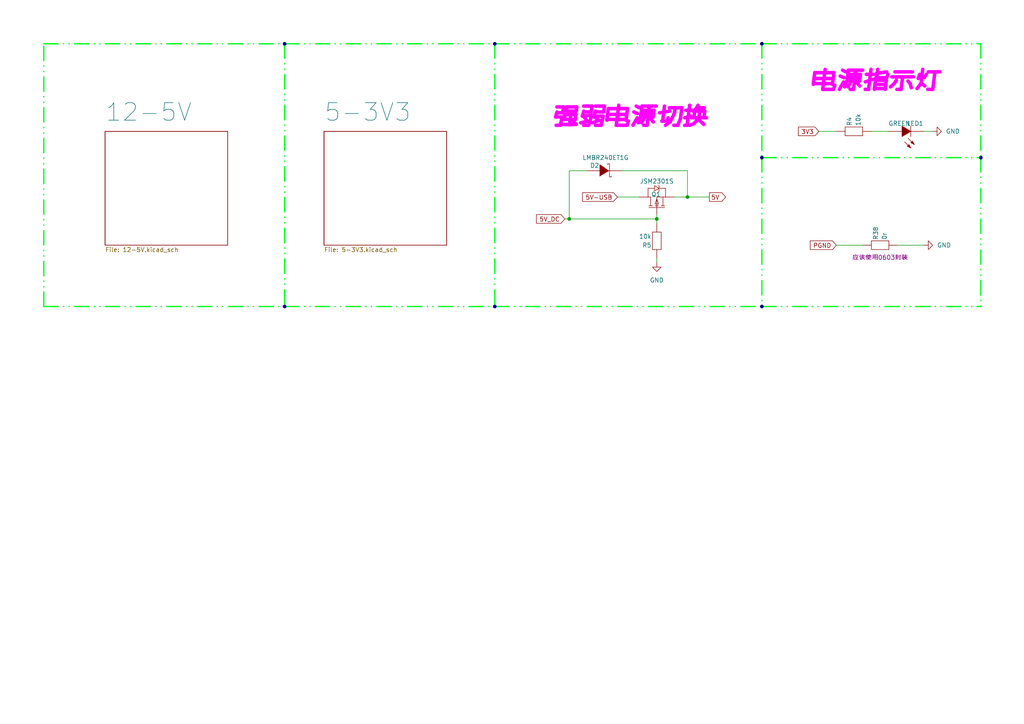
<source format=kicad_sch>
(kicad_sch
	(version 20250114)
	(generator "eeschema")
	(generator_version "9.0")
	(uuid "fa817cbf-bb6f-4752-b5ef-f0b2f9d24690")
	(paper "A4")
	(title_block
		(title "POWER")
		(date "2025-01-24")
		(rev "Dennis_Re_Yoonjiho")
	)
	(lib_symbols
		(symbol "Ts_Foc_Vo符号库:JSM2301S"
			(pin_numbers
				(hide yes)
			)
			(pin_names
				(offset 1.016)
				(hide yes)
			)
			(exclude_from_sim no)
			(in_bom yes)
			(on_board yes)
			(property "Reference" "Q"
				(at -3.81 3.556 0)
				(effects
					(font
						(size 1.27 1.27)
					)
				)
			)
			(property "Value" "JSM2301S"
				(at 4.318 0 90)
				(effects
					(font
						(size 1.27 1.27)
					)
				)
			)
			(property "Footprint" "kicad_lceda:SOT-23-3_L2.9-W1.3-P1.90-LS2.4-BR"
				(at 0.254 -7.366 0)
				(effects
					(font
						(size 1.27 1.27)
					)
					(hide yes)
				)
			)
			(property "Datasheet" "http://www.szlcsc.com/product/details_990895.html"
				(at 0.254 -7.112 0)
				(effects
					(font
						(size 1.27 1.27)
					)
					(hide yes)
				)
			)
			(property "Description" ""
				(at 0 0 0)
				(effects
					(font
						(size 1.27 1.27)
					)
					(hide yes)
				)
			)
			(property "SuppliersPartNumber" "C916399"
				(at 0 -7.239 0)
				(effects
					(font
						(size 1.27 1.27)
					)
					(hide yes)
				)
			)
			(property "uuid" "std:a678b1bb3d0f458c8f777d91c1b2ee48"
				(at 0 -7.239 0)
				(effects
					(font
						(size 1.27 1.27)
					)
					(hide yes)
				)
			)
			(symbol "JSM2301S_1_1"
				(polyline
					(pts
						(xy -3.048 2.286) (xy -3.048 -2.286)
					)
					(stroke
						(width 0.1524)
						(type solid)
					)
					(fill
						(type none)
					)
				)
				(polyline
					(pts
						(xy -2.54 2.286) (xy -2.54 1.27)
					)
					(stroke
						(width 0.1524)
						(type solid)
					)
					(fill
						(type none)
					)
				)
				(polyline
					(pts
						(xy -2.54 1.778) (xy 0 1.778) (xy 0 2.54) (xy 2.54 2.54) (xy 2.54 0.762)
					)
					(stroke
						(width 0.1524)
						(type solid)
					)
					(fill
						(type none)
					)
				)
				(polyline
					(pts
						(xy -2.54 0) (xy 0 0) (xy 0 -2.54) (xy 2.54 -2.54) (xy 2.54 -0.762)
					)
					(stroke
						(width 0.1524)
						(type solid)
					)
					(fill
						(type none)
					)
				)
				(polyline
					(pts
						(xy -2.54 -0.508) (xy -2.54 0.508)
					)
					(stroke
						(width 0.1524)
						(type solid)
					)
					(fill
						(type none)
					)
				)
				(polyline
					(pts
						(xy -2.54 -2.286) (xy -2.54 -1.27)
					)
					(stroke
						(width 0.1524)
						(type solid)
					)
					(fill
						(type none)
					)
				)
				(polyline
					(pts
						(xy -0.508 0) (xy -2.032 0.508) (xy -2.032 -0.508) (xy -0.508 0)
					)
					(stroke
						(width 0.1524)
						(type solid)
					)
					(fill
						(type none)
					)
				)
				(polyline
					(pts
						(xy 0 -1.778) (xy -2.54 -1.778)
					)
					(stroke
						(width 0.1524)
						(type solid)
					)
					(fill
						(type none)
					)
				)
				(polyline
					(pts
						(xy 1.524 -0.635) (xy 2.032 -0.635) (xy 3.048 -0.635) (xy 3.556 -0.635)
					)
					(stroke
						(width 0.1524)
						(type solid)
					)
					(fill
						(type none)
					)
				)
				(polyline
					(pts
						(xy 2.54 -0.635) (xy 3.302 0.635) (xy 1.778 0.635) (xy 2.54 -0.635)
					)
					(stroke
						(width 0.1524)
						(type solid)
					)
					(fill
						(type background)
					)
				)
				(pin input line
					(at -5.08 0 0)
					(length 2.54)
					(name "G"
						(effects
							(font
								(size 1.27 1.27)
							)
						)
					)
					(number "1"
						(effects
							(font
								(size 1.27 1.27)
							)
						)
					)
				)
				(pin input line
					(at 0 5.08 270)
					(length 2.54)
					(name "D"
						(effects
							(font
								(size 1.27 1.27)
							)
						)
					)
					(number "3"
						(effects
							(font
								(size 1.27 1.27)
							)
						)
					)
				)
				(pin input line
					(at 0 -5.08 90)
					(length 2.54)
					(name "S"
						(effects
							(font
								(size 1.27 1.27)
							)
						)
					)
					(number "2"
						(effects
							(font
								(size 1.27 1.27)
							)
						)
					)
				)
			)
			(embedded_fonts no)
		)
		(symbol "Ts_Foc_Vo符号库:LED"
			(pin_numbers
				(hide yes)
			)
			(pin_names
				(offset 1.016)
				(hide yes)
			)
			(exclude_from_sim no)
			(in_bom yes)
			(on_board yes)
			(property "Reference" ""
				(at 3.556 0.508 0)
				(effects
					(font
						(size 1.27 1.27)
					)
				)
			)
			(property "Value" "LED"
				(at 3.302 0.254 0)
				(effects
					(font
						(size 1.27 1.27)
					)
				)
			)
			(property "Footprint" "kicad_lceda:LED0603-RD"
				(at -0.254 -4.826 0)
				(effects
					(font
						(size 1.27 1.27)
					)
					(hide yes)
				)
			)
			(property "Datasheet" "http://www.szlcsc.com/product/details_90991.html"
				(at 0 -4.826 0)
				(effects
					(font
						(size 1.27 1.27)
					)
					(hide yes)
				)
			)
			(property "Description" ""
				(at 0 0 0)
				(effects
					(font
						(size 1.27 1.27)
					)
					(hide yes)
				)
			)
			(property "SuppliersPartNumber" "C89809"
				(at -0.254 -4.572 0)
				(effects
					(font
						(size 1.27 1.27)
					)
					(hide yes)
				)
			)
			(property "uuid" "std:41b2f7bc7ea198335b3b1186c040b70b"
				(at -0.254 -4.572 0)
				(effects
					(font
						(size 1.27 1.27)
					)
					(hide yes)
				)
			)
			(symbol "LED_1_1"
				(polyline
					(pts
						(xy -2.286 1.778) (xy -1.27 1.27) (xy -1.778 0.762) (xy -2.286 1.778)
					)
					(stroke
						(width 0.1524)
						(type solid)
					)
					(fill
						(type outline)
					)
				)
				(polyline
					(pts
						(xy -1.27 2.794) (xy -0.254 2.286) (xy -0.762 1.778) (xy -1.27 2.794)
					)
					(stroke
						(width 0.1524)
						(type solid)
					)
					(fill
						(type outline)
					)
				)
				(polyline
					(pts
						(xy -1.27 -0.508) (xy -1.27 -3.556)
					)
					(stroke
						(width 0.1524)
						(type solid)
					)
					(fill
						(type none)
					)
				)
				(polyline
					(pts
						(xy -0.508 0) (xy -2.286 1.778)
					)
					(stroke
						(width 0.1524)
						(type solid)
					)
					(fill
						(type none)
					)
				)
				(polyline
					(pts
						(xy 0.508 1.016) (xy -1.27 2.794)
					)
					(stroke
						(width 0.1524)
						(type solid)
					)
					(fill
						(type none)
					)
				)
				(polyline
					(pts
						(xy 1.27 -3.556) (xy -1.27 -2.032) (xy 1.27 -0.508) (xy 1.27 -3.556)
					)
					(stroke
						(width 0.1524)
						(type solid)
					)
					(fill
						(type outline)
					)
				)
				(pin input line
					(at -5.08 -2.032 0)
					(length 3.81)
					(name "K"
						(effects
							(font
								(size 1.27 1.27)
							)
						)
					)
					(number "1"
						(effects
							(font
								(size 1.27 1.27)
							)
						)
					)
				)
				(pin input line
					(at 5.08 -2.032 180)
					(length 3.81)
					(name "A"
						(effects
							(font
								(size 1.27 1.27)
							)
						)
					)
					(number "2"
						(effects
							(font
								(size 1.27 1.27)
							)
						)
					)
				)
			)
			(embedded_fonts no)
		)
		(symbol "Ts_Foc_Vo符号库:LMBR240ET1G"
			(pin_numbers
				(hide yes)
			)
			(pin_names
				(offset 1.016)
				(hide yes)
			)
			(exclude_from_sim no)
			(in_bom yes)
			(on_board yes)
			(property "Reference" "D"
				(at -4.572 2.286 0)
				(effects
					(font
						(size 1.27 1.27)
					)
				)
			)
			(property "Value" "LMBR240ET1G"
				(at 3.81 3.048 0)
				(effects
					(font
						(size 1.27 1.27)
					)
				)
			)
			(property "Footprint" "kicad_lceda:SOD323HE_L1.8-W1.3-LS2.5-RD-1"
				(at 0 -0.762 0)
				(effects
					(font
						(size 1.27 1.27)
					)
					(hide yes)
				)
			)
			(property "Datasheet" "http://www.szlcsc.com/product/details_356536.html"
				(at 0 -5.842 0)
				(effects
					(font
						(size 1.27 1.27)
					)
					(hide yes)
				)
			)
			(property "Description" ""
				(at 0 0 0)
				(effects
					(font
						(size 1.27 1.27)
					)
					(hide yes)
				)
			)
			(property "SuppliersPartNumber" "C383229"
				(at 0 -10.922 0)
				(effects
					(font
						(size 1.27 1.27)
					)
					(hide yes)
				)
			)
			(property "uuid" "std:701ccbc0911040dda69c3300132822a5"
				(at 0 -10.922 0)
				(effects
					(font
						(size 1.27 1.27)
					)
					(hide yes)
				)
			)
			(symbol "LMBR240ET1G_1_1"
				(polyline
					(pts
						(xy -2.032 1.524) (xy -2.032 1.778) (xy -1.524 1.778) (xy -1.524 -2.032) (xy -1.016 -2.032) (xy -1.016 -1.778)
					)
					(stroke
						(width 0.1524)
						(type solid)
					)
					(fill
						(type none)
					)
				)
				(polyline
					(pts
						(xy 1.27 1.524) (xy -1.27 0) (xy 1.27 -1.778) (xy 1.27 1.524)
					)
					(stroke
						(width 0.1524)
						(type solid)
					)
					(fill
						(type outline)
					)
				)
				(pin input line
					(at -5.08 0 0)
					(length 3.81)
					(name "C"
						(effects
							(font
								(size 1.27 1.27)
							)
						)
					)
					(number "1"
						(effects
							(font
								(size 1.27 1.27)
							)
						)
					)
				)
				(pin input line
					(at 5.08 0 180)
					(length 3.81)
					(name "A"
						(effects
							(font
								(size 1.27 1.27)
							)
						)
					)
					(number "2"
						(effects
							(font
								(size 1.27 1.27)
							)
						)
					)
				)
			)
			(embedded_fonts no)
		)
		(symbol "Ts_Foc_Vo符号库:RES"
			(pin_numbers
				(hide yes)
			)
			(pin_names
				(offset 1.016)
				(hide yes)
			)
			(exclude_from_sim no)
			(in_bom yes)
			(on_board yes)
			(property "Reference" "R"
				(at -2.286 2.032 0)
				(effects
					(font
						(size 1.27 1.27)
					)
				)
			)
			(property "Value" "Value"
				(at 2.286 2.032 0)
				(effects
					(font
						(size 1.27 1.27)
					)
				)
			)
			(property "Footprint" "kicad_lceda:R0402"
				(at 0.254 -2.54 0)
				(effects
					(font
						(size 1.27 1.27)
					)
					(hide yes)
				)
			)
			(property "Datasheet" ""
				(at 0 -6.35 0)
				(effects
					(font
						(size 1.27 1.27)
					)
					(hide yes)
				)
			)
			(property "Description" ""
				(at 0 0 0)
				(effects
					(font
						(size 1.27 1.27)
					)
					(hide yes)
				)
			)
			(property "SuppliersPartNumber" "C5200633"
				(at 0 -11.43 0)
				(effects
					(font
						(size 1.27 1.27)
					)
					(hide yes)
				)
			)
			(property "uuid" "std:0c78b8f437b74d4badbc2695159e48f2"
				(at 0 -11.43 0)
				(effects
					(font
						(size 1.27 1.27)
					)
					(hide yes)
				)
			)
			(symbol "RES_1_1"
				(rectangle
					(start -2.54 1.27)
					(end 2.54 -1.27)
					(stroke
						(width 0.1524)
						(type solid)
					)
					(fill
						(type none)
					)
				)
				(pin input line
					(at -5.08 0 0)
					(length 2.54)
					(name "1"
						(effects
							(font
								(size 1.27 1.27)
							)
						)
					)
					(number "1"
						(effects
							(font
								(size 1.27 1.27)
							)
						)
					)
				)
				(pin input line
					(at 5.08 0 180)
					(length 2.54)
					(name "2"
						(effects
							(font
								(size 1.27 1.27)
							)
						)
					)
					(number "2"
						(effects
							(font
								(size 1.27 1.27)
							)
						)
					)
				)
			)
			(embedded_fonts no)
		)
		(symbol "power:GND"
			(power)
			(pin_numbers
				(hide yes)
			)
			(pin_names
				(offset 0)
				(hide yes)
			)
			(exclude_from_sim no)
			(in_bom yes)
			(on_board yes)
			(property "Reference" "#PWR"
				(at 0 -6.35 0)
				(effects
					(font
						(size 1.27 1.27)
					)
					(hide yes)
				)
			)
			(property "Value" "GND"
				(at 0 -3.81 0)
				(effects
					(font
						(size 1.27 1.27)
					)
				)
			)
			(property "Footprint" ""
				(at 0 0 0)
				(effects
					(font
						(size 1.27 1.27)
					)
					(hide yes)
				)
			)
			(property "Datasheet" ""
				(at 0 0 0)
				(effects
					(font
						(size 1.27 1.27)
					)
					(hide yes)
				)
			)
			(property "Description" "Power symbol creates a global label with name \"GND\" , ground"
				(at 0 0 0)
				(effects
					(font
						(size 1.27 1.27)
					)
					(hide yes)
				)
			)
			(property "ki_keywords" "global power"
				(at 0 0 0)
				(effects
					(font
						(size 1.27 1.27)
					)
					(hide yes)
				)
			)
			(symbol "GND_0_1"
				(polyline
					(pts
						(xy 0 0) (xy 0 -1.27) (xy 1.27 -1.27) (xy 0 -2.54) (xy -1.27 -1.27) (xy 0 -1.27)
					)
					(stroke
						(width 0)
						(type default)
					)
					(fill
						(type none)
					)
				)
			)
			(symbol "GND_1_1"
				(pin power_in line
					(at 0 0 270)
					(length 0)
					(name "~"
						(effects
							(font
								(size 1.27 1.27)
							)
						)
					)
					(number "1"
						(effects
							(font
								(size 1.27 1.27)
							)
						)
					)
				)
			)
			(embedded_fonts no)
		)
	)
	(text "电源指示灯"
		(exclude_from_sim yes)
		(at 254 23.876 0)
		(effects
			(font
				(size 5.08 5.08)
				(thickness 1.016)
				(bold yes)
				(italic yes)
				(color 255 2 253 1)
			)
		)
		(uuid "96392625-466c-4cb9-8a3d-7905025dfd71")
	)
	(text "强弱电源切换\n"
		(exclude_from_sim yes)
		(at 182.88 34.29 0)
		(effects
			(font
				(size 5.08 5.08)
				(thickness 1.016)
				(bold yes)
				(italic yes)
				(color 255 2 253 1)
			)
		)
		(uuid "b5840fa3-54de-45ca-ac8d-4647a6373e88")
	)
	(junction
		(at 220.98 88.9)
		(diameter 0)
		(color 0 0 0 0)
		(uuid "28ff5c73-1943-4793-9a7e-8b3fae4ea876")
	)
	(junction
		(at 143.51 12.7)
		(diameter 0)
		(color 0 0 0 0)
		(uuid "3fee3f8d-445a-49e6-9d87-8f0afaacf249")
	)
	(junction
		(at 143.51 88.9)
		(diameter 0)
		(color 0 0 0 0)
		(uuid "52bc1e29-626d-4bca-9532-22bc6e410346")
	)
	(junction
		(at 220.98 12.7)
		(diameter 0)
		(color 0 0 0 0)
		(uuid "822be255-7ba0-4311-befe-6be7bb1904ee")
	)
	(junction
		(at 190.5 63.5)
		(diameter 0)
		(color 0 0 0 0)
		(uuid "8f171ef7-2143-490e-85d8-c8ada5a04ffa")
	)
	(junction
		(at 199.39 57.15)
		(diameter 0)
		(color 0 0 0 0)
		(uuid "925a9a33-0949-4edf-9067-ca0fe28a6b59")
	)
	(junction
		(at 284.48 45.72)
		(diameter 0)
		(color 0 0 0 0)
		(uuid "998fbf08-c745-4ad7-bd2b-1881a7de8ee4")
	)
	(junction
		(at 82.55 88.9)
		(diameter 0)
		(color 0 0 0 0)
		(uuid "a1e9e6b4-51bd-4085-9d40-f03274bb0711")
	)
	(junction
		(at 220.98 45.72)
		(diameter 0)
		(color 0 0 0 0)
		(uuid "c8351e2d-6239-4bad-82aa-2101de27aad4")
	)
	(junction
		(at 165.1 63.5)
		(diameter 0)
		(color 0 0 0 0)
		(uuid "db0abd42-d69d-47ec-9b79-03fe6a54f752")
	)
	(junction
		(at 82.55 12.7)
		(diameter 0)
		(color 0 0 0 0)
		(uuid "f7060781-f05a-46cc-a39e-93d399239857")
	)
	(bus
		(pts
			(xy 220.98 45.72) (xy 220.98 88.9)
		)
		(stroke
			(width 0.381)
			(type dash_dot_dot)
			(color 0 255 30 1)
		)
		(uuid "00cd4c73-98fd-4360-b219-2fe98addc10e")
	)
	(wire
		(pts
			(xy 179.07 57.15) (xy 185.42 57.15)
		)
		(stroke
			(width 0)
			(type default)
		)
		(uuid "05901668-32f1-4cc2-8935-7f79ab9026c2")
	)
	(bus
		(pts
			(xy 12.7 88.9) (xy 12.7 12.7)
		)
		(stroke
			(width 0.381)
			(type dash_dot_dot)
			(color 0 255 30 1)
		)
		(uuid "094fd88d-3895-4ae8-bf43-187dd64bd8e4")
	)
	(wire
		(pts
			(xy 170.18 49.53) (xy 165.1 49.53)
		)
		(stroke
			(width 0)
			(type default)
		)
		(uuid "0a3fd276-42f6-4703-b241-90e192808b91")
	)
	(bus
		(pts
			(xy 12.7 88.9) (xy 82.55 88.9)
		)
		(stroke
			(width 0.381)
			(type dash_dot_dot)
			(color 0 255 30 1)
		)
		(uuid "0b804612-be01-49d4-aa8e-4787789578af")
	)
	(wire
		(pts
			(xy 163.83 63.5) (xy 165.1 63.5)
		)
		(stroke
			(width 0)
			(type default)
		)
		(uuid "0d6b63f2-fcb4-4fff-9299-826e136a3f0b")
	)
	(bus
		(pts
			(xy 143.51 12.7) (xy 143.51 88.9)
		)
		(stroke
			(width 0.381)
			(type dash_dot_dot)
			(color 0 255 30 1)
		)
		(uuid "0f44b34c-6e2e-4bd7-8c5f-69b09f3637f6")
	)
	(wire
		(pts
			(xy 199.39 57.15) (xy 205.74 57.15)
		)
		(stroke
			(width 0)
			(type default)
		)
		(uuid "13a43760-125c-4356-978e-bd36cd68b579")
	)
	(wire
		(pts
			(xy 267.97 71.12) (xy 260.35 71.12)
		)
		(stroke
			(width 0)
			(type default)
		)
		(uuid "1627fc19-8d3a-4ad4-873a-cf6ac1b4c526")
	)
	(wire
		(pts
			(xy 195.58 57.15) (xy 199.39 57.15)
		)
		(stroke
			(width 0)
			(type default)
		)
		(uuid "17fa887e-6ff6-4bcc-86ea-40337d78964e")
	)
	(bus
		(pts
			(xy 284.48 12.7) (xy 284.48 45.72)
		)
		(stroke
			(width 0.381)
			(type dash_dot_dot)
			(color 0 255 30 1)
		)
		(uuid "1f6536bf-d69d-47e2-bc41-8d51a2f161d8")
	)
	(wire
		(pts
			(xy 165.1 49.53) (xy 165.1 63.5)
		)
		(stroke
			(width 0)
			(type default)
		)
		(uuid "32836a8f-0c54-45d4-bb0b-3c403b93d829")
	)
	(wire
		(pts
			(xy 242.57 71.12) (xy 250.19 71.12)
		)
		(stroke
			(width 0)
			(type default)
		)
		(uuid "353c686d-6a54-4222-b6ed-c8d506794498")
	)
	(bus
		(pts
			(xy 143.51 88.9) (xy 220.98 88.9)
		)
		(stroke
			(width 0.381)
			(type dash_dot_dot)
			(color 0 255 30 1)
		)
		(uuid "42c2a1fd-ae5e-4fcf-9e41-d2921315a8e9")
	)
	(wire
		(pts
			(xy 190.5 62.23) (xy 190.5 63.5)
		)
		(stroke
			(width 0)
			(type default)
		)
		(uuid "451a31db-1609-4f36-98a6-90ebb726428f")
	)
	(wire
		(pts
			(xy 242.57 38.1) (xy 237.49 38.1)
		)
		(stroke
			(width 0)
			(type default)
		)
		(uuid "4a4d6e65-8807-42e8-81a9-f06dbe0306ab")
	)
	(bus
		(pts
			(xy 82.55 88.9) (xy 143.51 88.9)
		)
		(stroke
			(width 0.381)
			(type dash_dot_dot)
			(color 0 255 30 1)
		)
		(uuid "65375692-5f41-4d1a-9688-e36b53d102c2")
	)
	(wire
		(pts
			(xy 252.73 38.1) (xy 257.81 38.1)
		)
		(stroke
			(width 0)
			(type default)
		)
		(uuid "6a21a90c-c7fb-4dad-a69c-310437099a0d")
	)
	(bus
		(pts
			(xy 220.98 12.7) (xy 284.48 12.7)
		)
		(stroke
			(width 0.381)
			(type dash_dot_dot)
			(color 0 255 30 1)
		)
		(uuid "787f70bc-11a7-4b6e-a3f0-76d9fc32d6cf")
	)
	(bus
		(pts
			(xy 220.98 45.72) (xy 284.48 45.72)
		)
		(stroke
			(width 0.381)
			(type dash_dot_dot)
			(color 0 255 30 1)
		)
		(uuid "7a9996b7-5ffa-43a0-8080-5f27d330a0a6")
	)
	(wire
		(pts
			(xy 165.1 63.5) (xy 190.5 63.5)
		)
		(stroke
			(width 0)
			(type default)
		)
		(uuid "907c1488-dc58-45fd-ad2d-5dc60e22d8e3")
	)
	(wire
		(pts
			(xy 190.5 76.2) (xy 190.5 74.93)
		)
		(stroke
			(width 0)
			(type default)
		)
		(uuid "92bf0758-5376-4b33-8ff1-17e3b16e6f43")
	)
	(wire
		(pts
			(xy 270.51 38.1) (xy 267.97 38.1)
		)
		(stroke
			(width 0)
			(type default)
		)
		(uuid "972e96f1-128f-4ab9-98a0-08686d323502")
	)
	(bus
		(pts
			(xy 82.55 12.7) (xy 82.55 88.9)
		)
		(stroke
			(width 0.381)
			(type dash_dot_dot)
			(color 0 255 30 1)
		)
		(uuid "a690fd15-2a84-4546-997e-1625593540c9")
	)
	(bus
		(pts
			(xy 82.55 12.7) (xy 143.51 12.7)
		)
		(stroke
			(width 0.381)
			(type dash_dot_dot)
			(color 0 255 30 1)
		)
		(uuid "ad25d3f6-0216-4cc1-941a-7d2235dc82c9")
	)
	(bus
		(pts
			(xy 284.48 45.72) (xy 284.48 88.9)
		)
		(stroke
			(width 0.381)
			(type dash_dot_dot)
			(color 0 255 30 1)
		)
		(uuid "aeca7d80-ff4b-45a1-a474-1900bb7e8d77")
	)
	(bus
		(pts
			(xy 220.98 12.7) (xy 220.98 45.72)
		)
		(stroke
			(width 0.381)
			(type dash_dot_dot)
			(color 0 255 30 1)
		)
		(uuid "b9e4c02f-2248-4f04-9dc1-2ac6093aacea")
	)
	(wire
		(pts
			(xy 190.5 63.5) (xy 190.5 64.77)
		)
		(stroke
			(width 0)
			(type default)
		)
		(uuid "ba94292f-47b1-41f5-8621-60351630607a")
	)
	(bus
		(pts
			(xy 143.51 12.7) (xy 220.98 12.7)
		)
		(stroke
			(width 0.381)
			(type dash_dot_dot)
			(color 0 255 30 1)
		)
		(uuid "c2ab7db5-f1f3-4cde-aea6-5c1f20b2a735")
	)
	(bus
		(pts
			(xy 220.98 88.9) (xy 284.48 88.9)
		)
		(stroke
			(width 0.381)
			(type dash_dot_dot)
			(color 0 255 30 1)
		)
		(uuid "c5280fd0-1348-4cfa-9fd8-d7fd5b61f30b")
	)
	(bus
		(pts
			(xy 12.7 12.7) (xy 82.55 12.7)
		)
		(stroke
			(width 0.381)
			(type dash_dot_dot)
			(color 0 255 30 1)
		)
		(uuid "c729ce8a-2844-45bc-b297-77ae175ee272")
	)
	(wire
		(pts
			(xy 180.34 49.53) (xy 199.39 49.53)
		)
		(stroke
			(width 0)
			(type default)
		)
		(uuid "dfe6ac24-bd07-4d48-acad-5597ac072e58")
	)
	(wire
		(pts
			(xy 199.39 49.53) (xy 199.39 57.15)
		)
		(stroke
			(width 0)
			(type default)
		)
		(uuid "ff8ae039-4d16-46f0-9d88-b12f162a84d4")
	)
	(global_label "5V_DC"
		(shape input)
		(at 163.83 63.5 180)
		(fields_autoplaced yes)
		(effects
			(font
				(size 1.27 1.27)
			)
			(justify right)
		)
		(uuid "a9b4871d-23e5-4969-9799-5142149a9c0e")
		(property "Intersheetrefs" "${INTERSHEET_REFS}"
			(at 155.0391 63.5 0)
			(effects
				(font
					(size 1.27 1.27)
				)
				(justify right)
				(hide yes)
			)
		)
	)
	(global_label "5V"
		(shape output)
		(at 205.74 57.15 0)
		(fields_autoplaced yes)
		(effects
			(font
				(size 1.27 1.27)
			)
			(justify left)
		)
		(uuid "cecb7579-dc31-438d-9385-4384dc37c722")
		(property "Intersheetrefs" "${INTERSHEET_REFS}"
			(at 211.0233 57.15 0)
			(effects
				(font
					(size 1.27 1.27)
				)
				(justify left)
				(hide yes)
			)
		)
	)
	(global_label "5V-USB"
		(shape input)
		(at 179.07 57.15 180)
		(fields_autoplaced yes)
		(effects
			(font
				(size 1.27 1.27)
			)
			(justify right)
		)
		(uuid "e8a3e750-cac7-4ec0-b438-eb10913b279e")
		(property "Intersheetrefs" "${INTERSHEET_REFS}"
			(at 168.4043 57.15 0)
			(effects
				(font
					(size 1.27 1.27)
				)
				(justify right)
				(hide yes)
			)
		)
	)
	(global_label "3V3"
		(shape input)
		(at 237.49 38.1 180)
		(fields_autoplaced yes)
		(effects
			(font
				(size 1.27 1.27)
			)
			(justify right)
		)
		(uuid "f938f35b-1b27-44b0-9621-1d1ff5b9e6c9")
		(property "Intersheetrefs" "${INTERSHEET_REFS}"
			(at 230.9972 38.1 0)
			(effects
				(font
					(size 1.27 1.27)
				)
				(justify right)
				(hide yes)
			)
		)
	)
	(global_label "PGND"
		(shape input)
		(at 242.57 71.12 180)
		(fields_autoplaced yes)
		(effects
			(font
				(size 1.27 1.27)
			)
			(justify right)
		)
		(uuid "fd3b80e4-dfbd-4404-a348-d938883a0398")
		(property "Intersheetrefs" "${INTERSHEET_REFS}"
			(at 234.4443 71.12 0)
			(effects
				(font
					(size 1.27 1.27)
				)
				(justify right)
				(hide yes)
			)
		)
	)
	(symbol
		(lib_id "power:GND")
		(at 270.51 38.1 90)
		(unit 1)
		(exclude_from_sim no)
		(in_bom yes)
		(on_board yes)
		(dnp no)
		(fields_autoplaced yes)
		(uuid "0d8ef0d6-4aee-4adb-ad50-5b7059341139")
		(property "Reference" "#PWR07"
			(at 276.86 38.1 0)
			(effects
				(font
					(size 1.27 1.27)
				)
				(hide yes)
			)
		)
		(property "Value" "GND"
			(at 274.32 38.0999 90)
			(effects
				(font
					(size 1.27 1.27)
				)
				(justify right)
			)
		)
		(property "Footprint" ""
			(at 270.51 38.1 0)
			(effects
				(font
					(size 1.27 1.27)
				)
				(hide yes)
			)
		)
		(property "Datasheet" ""
			(at 270.51 38.1 0)
			(effects
				(font
					(size 1.27 1.27)
				)
				(hide yes)
			)
		)
		(property "Description" "Power symbol creates a global label with name \"GND\" , ground"
			(at 270.51 38.1 0)
			(effects
				(font
					(size 1.27 1.27)
				)
				(hide yes)
			)
		)
		(pin "1"
			(uuid "758ef75a-e531-4415-9647-0206f211a67a")
		)
		(instances
			(project ""
				(path "/0cbcabec-8024-48c7-ab91-86e279a5637e/97ee4039-d600-4608-b2ff-7d42036ea92c"
					(reference "#PWR07")
					(unit 1)
				)
			)
		)
	)
	(symbol
		(lib_id "power:GND")
		(at 190.5 76.2 0)
		(unit 1)
		(exclude_from_sim no)
		(in_bom yes)
		(on_board yes)
		(dnp no)
		(fields_autoplaced yes)
		(uuid "12895586-321a-49e2-8739-708cb7a0b5e5")
		(property "Reference" "#PWR08"
			(at 190.5 82.55 0)
			(effects
				(font
					(size 1.27 1.27)
				)
				(hide yes)
			)
		)
		(property "Value" "GND"
			(at 190.5 81.28 0)
			(effects
				(font
					(size 1.27 1.27)
				)
			)
		)
		(property "Footprint" ""
			(at 190.5 76.2 0)
			(effects
				(font
					(size 1.27 1.27)
				)
				(hide yes)
			)
		)
		(property "Datasheet" ""
			(at 190.5 76.2 0)
			(effects
				(font
					(size 1.27 1.27)
				)
				(hide yes)
			)
		)
		(property "Description" "Power symbol creates a global label with name \"GND\" , ground"
			(at 190.5 76.2 0)
			(effects
				(font
					(size 1.27 1.27)
				)
				(hide yes)
			)
		)
		(pin "1"
			(uuid "d60ac1b3-e27c-43ad-9418-186b13d5cc8a")
		)
		(instances
			(project "Ts_Foc_Vo1_0"
				(path "/0cbcabec-8024-48c7-ab91-86e279a5637e/97ee4039-d600-4608-b2ff-7d42036ea92c"
					(reference "#PWR08")
					(unit 1)
				)
			)
		)
	)
	(symbol
		(lib_id "power:GND")
		(at 267.97 71.12 90)
		(unit 1)
		(exclude_from_sim no)
		(in_bom yes)
		(on_board yes)
		(dnp no)
		(fields_autoplaced yes)
		(uuid "51a70361-a7e2-4870-84ce-162467a4d509")
		(property "Reference" "#PWR083"
			(at 274.32 71.12 0)
			(effects
				(font
					(size 1.27 1.27)
				)
				(hide yes)
			)
		)
		(property "Value" "GND"
			(at 271.78 71.1199 90)
			(effects
				(font
					(size 1.27 1.27)
				)
				(justify right)
			)
		)
		(property "Footprint" ""
			(at 267.97 71.12 0)
			(effects
				(font
					(size 1.27 1.27)
				)
				(hide yes)
			)
		)
		(property "Datasheet" ""
			(at 267.97 71.12 0)
			(effects
				(font
					(size 1.27 1.27)
				)
				(hide yes)
			)
		)
		(property "Description" "Power symbol creates a global label with name \"GND\" , ground"
			(at 267.97 71.12 0)
			(effects
				(font
					(size 1.27 1.27)
				)
				(hide yes)
			)
		)
		(pin "1"
			(uuid "42860ad7-16dc-441a-8172-9b3e12e4abc7")
		)
		(instances
			(project "Ts_Foc_Vo1_0"
				(path "/0cbcabec-8024-48c7-ab91-86e279a5637e/97ee4039-d600-4608-b2ff-7d42036ea92c"
					(reference "#PWR083")
					(unit 1)
				)
			)
		)
	)
	(symbol
		(lib_id "Ts_Foc_Vo符号库:RES")
		(at 255.27 71.12 180)
		(unit 1)
		(exclude_from_sim no)
		(in_bom yes)
		(on_board yes)
		(dnp no)
		(uuid "544453b5-087c-41e0-8cc4-3c8bc11992f2")
		(property "Reference" "R38"
			(at 254 69.596 90)
			(effects
				(font
					(size 1.27 1.27)
				)
				(justify right)
			)
		)
		(property "Value" "0r"
			(at 256.54 69.596 90)
			(effects
				(font
					(size 1.27 1.27)
				)
				(justify right)
			)
		)
		(property "Footprint" "Ts_Foc_Vo封装库:Res_0402"
			(at 255.016 68.58 0)
			(effects
				(font
					(size 1.27 1.27)
				)
				(hide yes)
			)
		)
		(property "Datasheet" ""
			(at 255.27 64.77 0)
			(effects
				(font
					(size 1.27 1.27)
				)
				(hide yes)
			)
		)
		(property "Description" "应该使用0603封装"
			(at 255.27 74.676 0)
			(effects
				(font
					(size 1.27 1.27)
				)
			)
		)
		(property "SuppliersPartNumber" "C5200633"
			(at 255.27 59.69 0)
			(effects
				(font
					(size 1.27 1.27)
				)
				(hide yes)
			)
		)
		(property "uuid" "std:0c78b8f437b74d4badbc2695159e48f2"
			(at 255.27 59.69 0)
			(effects
				(font
					(size 1.27 1.27)
				)
				(hide yes)
			)
		)
		(pin "1"
			(uuid "fed063de-e2e4-4818-a66b-a86fb437f1bf")
		)
		(pin "2"
			(uuid "46b269a3-05bf-47cb-afb0-26a84c68957d")
		)
		(instances
			(project "Ts_Foc_Vo1_0"
				(path "/0cbcabec-8024-48c7-ab91-86e279a5637e/97ee4039-d600-4608-b2ff-7d42036ea92c"
					(reference "R38")
					(unit 1)
				)
			)
		)
	)
	(symbol
		(lib_id "Ts_Foc_Vo符号库:RES")
		(at 190.5 69.85 270)
		(unit 1)
		(exclude_from_sim no)
		(in_bom yes)
		(on_board yes)
		(dnp no)
		(uuid "7a1266f2-820e-46ea-bce7-6d59f077ba26")
		(property "Reference" "R5"
			(at 188.976 71.12 90)
			(effects
				(font
					(size 1.27 1.27)
				)
				(justify right)
			)
		)
		(property "Value" "10k"
			(at 188.976 68.58 90)
			(effects
				(font
					(size 1.27 1.27)
				)
				(justify right)
			)
		)
		(property "Footprint" "Ts_Foc_Vo封装库:Res_0402"
			(at 187.96 70.104 0)
			(effects
				(font
					(size 1.27 1.27)
				)
				(hide yes)
			)
		)
		(property "Datasheet" ""
			(at 184.15 69.85 0)
			(effects
				(font
					(size 1.27 1.27)
				)
				(hide yes)
			)
		)
		(property "Description" ""
			(at 190.5 69.85 0)
			(effects
				(font
					(size 1.27 1.27)
				)
				(hide yes)
			)
		)
		(property "SuppliersPartNumber" "C5200633"
			(at 179.07 69.85 0)
			(effects
				(font
					(size 1.27 1.27)
				)
				(hide yes)
			)
		)
		(property "uuid" "std:0c78b8f437b74d4badbc2695159e48f2"
			(at 179.07 69.85 0)
			(effects
				(font
					(size 1.27 1.27)
				)
				(hide yes)
			)
		)
		(pin "1"
			(uuid "0f698fe1-c877-4f99-aef8-c7851468842e")
		)
		(pin "2"
			(uuid "497bfbb3-dbd5-4087-8d9a-9ebbaa380436")
		)
		(instances
			(project "Ts_Foc_Vo1_0"
				(path "/0cbcabec-8024-48c7-ab91-86e279a5637e/97ee4039-d600-4608-b2ff-7d42036ea92c"
					(reference "R5")
					(unit 1)
				)
			)
		)
	)
	(symbol
		(lib_id "Ts_Foc_Vo符号库:JSM2301S")
		(at 190.5 57.15 90)
		(unit 1)
		(exclude_from_sim no)
		(in_bom yes)
		(on_board yes)
		(dnp no)
		(uuid "975e8000-ecb9-415c-98e8-ea916deaec6e")
		(property "Reference" "Q1"
			(at 190.246 56.388 90)
			(effects
				(font
					(size 1.27 1.27)
				)
			)
		)
		(property "Value" "JSM2301S"
			(at 190.5 52.578 90)
			(effects
				(font
					(size 1.27 1.27)
				)
			)
		)
		(property "Footprint" "Ts_Foc_Vo封装库:JSM2301S_SOT-23"
			(at 197.866 56.896 0)
			(effects
				(font
					(size 1.27 1.27)
				)
				(hide yes)
			)
		)
		(property "Datasheet" "http://www.szlcsc.com/product/details_990895.html"
			(at 197.612 56.896 0)
			(effects
				(font
					(size 1.27 1.27)
				)
				(hide yes)
			)
		)
		(property "Description" ""
			(at 190.5 57.15 0)
			(effects
				(font
					(size 1.27 1.27)
				)
				(hide yes)
			)
		)
		(property "SuppliersPartNumber" "C916399"
			(at 197.739 57.15 0)
			(effects
				(font
					(size 1.27 1.27)
				)
				(hide yes)
			)
		)
		(property "uuid" "std:a678b1bb3d0f458c8f777d91c1b2ee48"
			(at 197.739 57.15 0)
			(effects
				(font
					(size 1.27 1.27)
				)
				(hide yes)
			)
		)
		(pin "1"
			(uuid "244f2af1-2b13-4420-aefa-bf1d462f3c7f")
		)
		(pin "2"
			(uuid "4889977a-76bd-4ff7-97aa-7c12d54f84f1")
		)
		(pin "3"
			(uuid "88422363-291e-4b64-8b77-640b4d17397f")
		)
		(instances
			(project ""
				(path "/0cbcabec-8024-48c7-ab91-86e279a5637e/97ee4039-d600-4608-b2ff-7d42036ea92c"
					(reference "Q1")
					(unit 1)
				)
			)
		)
	)
	(symbol
		(lib_id "Ts_Foc_Vo符号库:RES")
		(at 247.65 38.1 180)
		(unit 1)
		(exclude_from_sim no)
		(in_bom yes)
		(on_board yes)
		(dnp no)
		(uuid "d6c981a9-913f-4cf8-acad-d6baa8cba0df")
		(property "Reference" "R4"
			(at 246.38 36.576 90)
			(effects
				(font
					(size 1.27 1.27)
				)
				(justify right)
			)
		)
		(property "Value" "10k"
			(at 248.92 36.576 90)
			(effects
				(font
					(size 1.27 1.27)
				)
				(justify right)
			)
		)
		(property "Footprint" "Ts_Foc_Vo封装库:Res_0402"
			(at 247.396 35.56 0)
			(effects
				(font
					(size 1.27 1.27)
				)
				(hide yes)
			)
		)
		(property "Datasheet" ""
			(at 247.65 31.75 0)
			(effects
				(font
					(size 1.27 1.27)
				)
				(hide yes)
			)
		)
		(property "Description" ""
			(at 247.65 38.1 0)
			(effects
				(font
					(size 1.27 1.27)
				)
				(hide yes)
			)
		)
		(property "SuppliersPartNumber" "C5200633"
			(at 247.65 26.67 0)
			(effects
				(font
					(size 1.27 1.27)
				)
				(hide yes)
			)
		)
		(property "uuid" "std:0c78b8f437b74d4badbc2695159e48f2"
			(at 247.65 26.67 0)
			(effects
				(font
					(size 1.27 1.27)
				)
				(hide yes)
			)
		)
		(pin "1"
			(uuid "9c985d20-a5e6-434c-b7d4-46dabf1218e2")
		)
		(pin "2"
			(uuid "008b5997-67ed-4b29-bd89-d504fed0c6c3")
		)
		(instances
			(project "Ts_Foc_Vo1_0"
				(path "/0cbcabec-8024-48c7-ab91-86e279a5637e/97ee4039-d600-4608-b2ff-7d42036ea92c"
					(reference "R4")
					(unit 1)
				)
			)
		)
	)
	(symbol
		(lib_id "Ts_Foc_Vo符号库:LED")
		(at 262.89 40.132 180)
		(unit 1)
		(exclude_from_sim no)
		(in_bom yes)
		(on_board yes)
		(dnp no)
		(uuid "daeeca24-4c9b-4c1b-8b28-0574bb33fcf2")
		(property "Reference" "LED1"
			(at 265.43 35.814 0)
			(effects
				(font
					(size 1.27 1.27)
				)
			)
		)
		(property "Value" "GREEN"
			(at 260.858 35.814 0)
			(effects
				(font
					(size 1.27 1.27)
				)
			)
		)
		(property "Footprint" "Ts_Foc_Vo封装库:LED_0603"
			(at 263.144 35.306 0)
			(effects
				(font
					(size 1.27 1.27)
				)
				(hide yes)
			)
		)
		(property "Datasheet" "http://www.szlcsc.com/product/details_90991.html"
			(at 262.89 35.306 0)
			(effects
				(font
					(size 1.27 1.27)
				)
				(hide yes)
			)
		)
		(property "Description" ""
			(at 262.89 40.132 0)
			(effects
				(font
					(size 1.27 1.27)
				)
				(hide yes)
			)
		)
		(property "SuppliersPartNumber" "C89809"
			(at 263.144 35.56 0)
			(effects
				(font
					(size 1.27 1.27)
				)
				(hide yes)
			)
		)
		(property "uuid" "std:41b2f7bc7ea198335b3b1186c040b70b"
			(at 263.144 35.56 0)
			(effects
				(font
					(size 1.27 1.27)
				)
				(hide yes)
			)
		)
		(pin "1"
			(uuid "afaa7185-cab6-4598-9ad7-163a70abd836")
		)
		(pin "2"
			(uuid "52943e36-3944-4b74-ad4d-d333bb2a200b")
		)
		(instances
			(project ""
				(path "/0cbcabec-8024-48c7-ab91-86e279a5637e/97ee4039-d600-4608-b2ff-7d42036ea92c"
					(reference "LED1")
					(unit 1)
				)
			)
		)
	)
	(symbol
		(lib_id "Ts_Foc_Vo符号库:LMBR240ET1G")
		(at 175.26 49.53 180)
		(unit 1)
		(exclude_from_sim no)
		(in_bom yes)
		(on_board yes)
		(dnp no)
		(uuid "fcc23f35-8af1-4a4c-8b7c-f9fe98203726")
		(property "Reference" "D2"
			(at 172.466 48.006 0)
			(effects
				(font
					(size 1.27 1.27)
				)
			)
		)
		(property "Value" "LMBR240ET1G"
			(at 175.641 45.72 0)
			(effects
				(font
					(size 1.27 1.27)
				)
			)
		)
		(property "Footprint" "Ts_Foc_Vo封装库:LMBR240ET1G_SOD323HE"
			(at 175.26 48.768 0)
			(effects
				(font
					(size 1.27 1.27)
				)
				(hide yes)
			)
		)
		(property "Datasheet" "http://www.szlcsc.com/product/details_356536.html"
			(at 175.26 43.688 0)
			(effects
				(font
					(size 1.27 1.27)
				)
				(hide yes)
			)
		)
		(property "Description" ""
			(at 175.26 49.53 0)
			(effects
				(font
					(size 1.27 1.27)
				)
				(hide yes)
			)
		)
		(property "SuppliersPartNumber" "C383229"
			(at 175.26 38.608 0)
			(effects
				(font
					(size 1.27 1.27)
				)
				(hide yes)
			)
		)
		(property "uuid" "std:701ccbc0911040dda69c3300132822a5"
			(at 175.26 38.608 0)
			(effects
				(font
					(size 1.27 1.27)
				)
				(hide yes)
			)
		)
		(pin "2"
			(uuid "b7297fce-a893-4483-a961-6b90edea4ee0")
		)
		(pin "1"
			(uuid "4758b4f9-ad7f-40ac-b015-b0f4ad98bb57")
		)
		(instances
			(project ""
				(path "/0cbcabec-8024-48c7-ab91-86e279a5637e/97ee4039-d600-4608-b2ff-7d42036ea92c"
					(reference "D2")
					(unit 1)
				)
			)
		)
	)
	(sheet
		(at 30.48 38.1)
		(size 35.56 33.02)
		(exclude_from_sim no)
		(in_bom yes)
		(on_board yes)
		(dnp no)
		(fields_autoplaced yes)
		(stroke
			(width 0.1524)
			(type solid)
		)
		(fill
			(color 0 0 0 0.0000)
		)
		(uuid "1c73a01c-7119-4210-bcf6-bf87d1f19cd7")
		(property "Sheetname" "12-5V"
			(at 30.48 35.4834 0)
			(effects
				(font
					(size 5.08 5.08)
				)
				(justify left bottom)
			)
		)
		(property "Sheetfile" "12-5V.kicad_sch"
			(at 30.48 71.7046 0)
			(effects
				(font
					(size 1.27 1.27)
				)
				(justify left top)
			)
		)
		(instances
			(project "Ts_Foc_Vo1_0"
				(path "/0cbcabec-8024-48c7-ab91-86e279a5637e/97ee4039-d600-4608-b2ff-7d42036ea92c"
					(page "1")
				)
			)
		)
	)
	(sheet
		(at 93.98 38.1)
		(size 35.56 33.02)
		(exclude_from_sim no)
		(in_bom yes)
		(on_board yes)
		(dnp no)
		(fields_autoplaced yes)
		(stroke
			(width 0.1524)
			(type solid)
		)
		(fill
			(color 0 0 0 0.0000)
		)
		(uuid "e8a44f51-cbda-485e-b097-3ee1dbcae92f")
		(property "Sheetname" "5-3V3"
			(at 93.98 35.4834 0)
			(effects
				(font
					(size 5.08 5.08)
				)
				(justify left bottom)
			)
		)
		(property "Sheetfile" "5-3V3.kicad_sch"
			(at 93.98 71.7046 0)
			(effects
				(font
					(size 1.27 1.27)
				)
				(justify left top)
			)
		)
		(instances
			(project "Ts_Foc_Vo1_0"
				(path "/0cbcabec-8024-48c7-ab91-86e279a5637e/97ee4039-d600-4608-b2ff-7d42036ea92c"
					(page "1")
				)
			)
		)
	)
)

</source>
